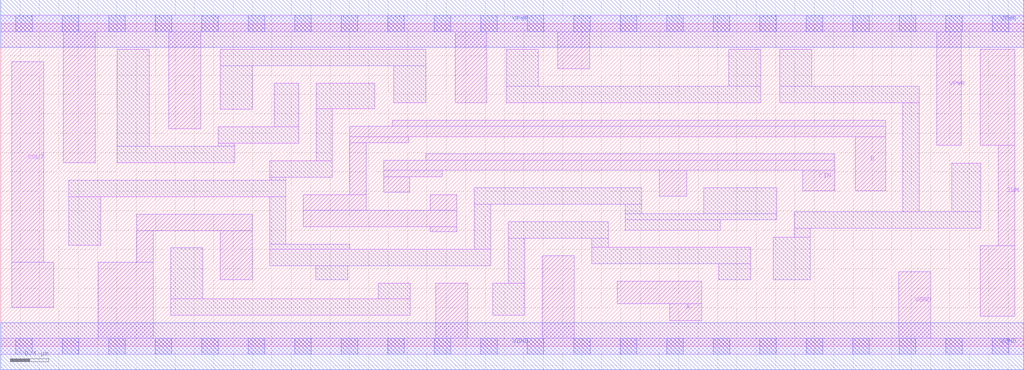
<source format=lef>
# Copyright 2020 The SkyWater PDK Authors
#
# Licensed under the Apache License, Version 2.0 (the "License");
# you may not use this file except in compliance with the License.
# You may obtain a copy of the License at
#
#     https://www.apache.org/licenses/LICENSE-2.0
#
# Unless required by applicable law or agreed to in writing, software
# distributed under the License is distributed on an "AS IS" BASIS,
# WITHOUT WARRANTIES OR CONDITIONS OF ANY KIND, either express or implied.
# See the License for the specific language governing permissions and
# limitations under the License.
#
# SPDX-License-Identifier: Apache-2.0

VERSION 5.7 ;
  NAMESCASESENSITIVE ON ;
  NOWIREEXTENSIONATPIN ON ;
  DIVIDERCHAR "/" ;
  BUSBITCHARS "[]" ;
UNITS
  DATABASE MICRONS 200 ;
END UNITS
MACRO sky130_fd_sc_lp__fa_lp
  CLASS CORE ;
  SOURCE USER ;
  FOREIGN sky130_fd_sc_lp__fa_lp ;
  ORIGIN  0.000000  0.000000 ;
  SIZE  10.56000 BY  3.330000 ;
  SYMMETRY X Y R90 ;
  SITE unit ;
  PIN A
    ANTENNAGATEAREA  1.252000 ;
    DIRECTION INPUT ;
    USE SIGNAL ;
    PORT
      LAYER li1 ;
        RECT 6.365000 0.440000 7.235000 0.670000 ;
        RECT 6.905000 0.265000 7.235000 0.440000 ;
    END
  END A
  PIN B
    ANTENNAGATEAREA  1.252000 ;
    DIRECTION INPUT ;
    USE SIGNAL ;
    PORT
      LAYER li1 ;
        RECT 3.125000 1.235000 4.710000 1.405000 ;
        RECT 3.125000 1.405000 3.775000 1.565000 ;
        RECT 3.605000 1.565000 3.775000 2.100000 ;
        RECT 3.605000 2.100000 4.210000 2.165000 ;
        RECT 3.605000 2.165000 9.135000 2.270000 ;
        RECT 4.040000 2.270000 9.135000 2.335000 ;
        RECT 4.435000 1.180000 4.710000 1.235000 ;
        RECT 4.435000 1.405000 4.710000 1.565000 ;
        RECT 8.820000 1.605000 9.135000 2.165000 ;
    END
  END B
  PIN CIN
    ANTENNAGATEAREA  0.939000 ;
    DIRECTION INPUT ;
    USE SIGNAL ;
    PORT
      LAYER li1 ;
        RECT 3.955000 1.590000 4.225000 1.750000 ;
        RECT 3.955000 1.750000 4.560000 1.815000 ;
        RECT 3.955000 1.815000 8.610000 1.920000 ;
        RECT 4.390000 1.920000 8.610000 1.985000 ;
        RECT 6.800000 1.550000 7.080000 1.815000 ;
        RECT 8.280000 1.605000 8.610000 1.815000 ;
    END
  END CIN
  PIN COUT
    ANTENNADIFFAREA  0.404700 ;
    DIRECTION OUTPUT ;
    USE SIGNAL ;
    PORT
      LAYER li1 ;
        RECT 0.115000 0.405000 0.545000 0.865000 ;
        RECT 0.115000 0.865000 0.445000 2.935000 ;
    END
  END COUT
  PIN SUM
    ANTENNADIFFAREA  0.404700 ;
    DIRECTION OUTPUT ;
    USE SIGNAL ;
    PORT
      LAYER li1 ;
        RECT 10.115000 0.310000 10.470000 1.040000 ;
        RECT 10.115000 2.075000 10.470000 3.065000 ;
        RECT 10.300000 1.040000 10.470000 2.075000 ;
    END
  END SUM
  PIN VGND
    DIRECTION INOUT ;
    USE GROUND ;
    PORT
      LAYER li1 ;
        RECT 0.000000 -0.085000 10.560000 0.085000 ;
        RECT 1.005000  0.085000  1.575000 0.865000 ;
        RECT 1.405000  0.865000  1.575000 1.195000 ;
        RECT 1.405000  1.195000  2.595000 1.365000 ;
        RECT 2.265000  0.685000  2.595000 1.195000 ;
        RECT 4.490000  0.085000  4.820000 0.650000 ;
        RECT 5.590000  0.085000  5.920000 0.935000 ;
        RECT 9.270000  0.085000  9.600000 0.770000 ;
      LAYER mcon ;
        RECT  0.155000 -0.085000  0.325000 0.085000 ;
        RECT  0.635000 -0.085000  0.805000 0.085000 ;
        RECT  1.115000 -0.085000  1.285000 0.085000 ;
        RECT  1.595000 -0.085000  1.765000 0.085000 ;
        RECT  2.075000 -0.085000  2.245000 0.085000 ;
        RECT  2.555000 -0.085000  2.725000 0.085000 ;
        RECT  3.035000 -0.085000  3.205000 0.085000 ;
        RECT  3.515000 -0.085000  3.685000 0.085000 ;
        RECT  3.995000 -0.085000  4.165000 0.085000 ;
        RECT  4.475000 -0.085000  4.645000 0.085000 ;
        RECT  4.955000 -0.085000  5.125000 0.085000 ;
        RECT  5.435000 -0.085000  5.605000 0.085000 ;
        RECT  5.915000 -0.085000  6.085000 0.085000 ;
        RECT  6.395000 -0.085000  6.565000 0.085000 ;
        RECT  6.875000 -0.085000  7.045000 0.085000 ;
        RECT  7.355000 -0.085000  7.525000 0.085000 ;
        RECT  7.835000 -0.085000  8.005000 0.085000 ;
        RECT  8.315000 -0.085000  8.485000 0.085000 ;
        RECT  8.795000 -0.085000  8.965000 0.085000 ;
        RECT  9.275000 -0.085000  9.445000 0.085000 ;
        RECT  9.755000 -0.085000  9.925000 0.085000 ;
        RECT 10.235000 -0.085000 10.405000 0.085000 ;
      LAYER met1 ;
        RECT 0.000000 -0.245000 10.560000 0.245000 ;
    END
  END VGND
  PIN VPWR
    DIRECTION INOUT ;
    USE POWER ;
    PORT
      LAYER li1 ;
        RECT 0.000000 3.245000 10.560000 3.415000 ;
        RECT 0.645000 1.895000  0.975000 3.245000 ;
        RECT 1.735000 2.245000  2.065000 3.245000 ;
        RECT 4.690000 2.515000  5.020000 3.245000 ;
        RECT 5.750000 2.865000  6.080000 3.245000 ;
        RECT 9.665000 2.075000  9.915000 3.245000 ;
      LAYER mcon ;
        RECT  0.155000 3.245000  0.325000 3.415000 ;
        RECT  0.635000 3.245000  0.805000 3.415000 ;
        RECT  1.115000 3.245000  1.285000 3.415000 ;
        RECT  1.595000 3.245000  1.765000 3.415000 ;
        RECT  2.075000 3.245000  2.245000 3.415000 ;
        RECT  2.555000 3.245000  2.725000 3.415000 ;
        RECT  3.035000 3.245000  3.205000 3.415000 ;
        RECT  3.515000 3.245000  3.685000 3.415000 ;
        RECT  3.995000 3.245000  4.165000 3.415000 ;
        RECT  4.475000 3.245000  4.645000 3.415000 ;
        RECT  4.955000 3.245000  5.125000 3.415000 ;
        RECT  5.435000 3.245000  5.605000 3.415000 ;
        RECT  5.915000 3.245000  6.085000 3.415000 ;
        RECT  6.395000 3.245000  6.565000 3.415000 ;
        RECT  6.875000 3.245000  7.045000 3.415000 ;
        RECT  7.355000 3.245000  7.525000 3.415000 ;
        RECT  7.835000 3.245000  8.005000 3.415000 ;
        RECT  8.315000 3.245000  8.485000 3.415000 ;
        RECT  8.795000 3.245000  8.965000 3.415000 ;
        RECT  9.275000 3.245000  9.445000 3.415000 ;
        RECT  9.755000 3.245000  9.925000 3.415000 ;
        RECT 10.235000 3.245000 10.405000 3.415000 ;
      LAYER met1 ;
        RECT 0.000000 3.085000 10.560000 3.575000 ;
    END
  END VPWR
  OBS
    LAYER li1 ;
      RECT 0.700000 1.045000  1.030000 1.545000 ;
      RECT 0.700000 1.545000  2.945000 1.715000 ;
      RECT 1.205000 1.895000  2.415000 2.065000 ;
      RECT 1.205000 2.065000  1.535000 3.065000 ;
      RECT 1.755000 0.320000  4.230000 0.490000 ;
      RECT 1.755000 0.490000  2.085000 1.015000 ;
      RECT 2.245000 2.065000  2.415000 2.095000 ;
      RECT 2.245000 2.095000  3.075000 2.265000 ;
      RECT 2.265000 2.445000  2.595000 2.895000 ;
      RECT 2.265000 2.895000  4.390000 3.065000 ;
      RECT 2.775000 0.830000  5.060000 1.000000 ;
      RECT 2.775000 1.000000  3.605000 1.055000 ;
      RECT 2.775000 1.055000  2.945000 1.545000 ;
      RECT 2.775000 1.715000  2.945000 1.745000 ;
      RECT 2.775000 1.745000  3.425000 1.915000 ;
      RECT 2.825000 2.265000  3.075000 2.715000 ;
      RECT 3.250000 0.685000  3.580000 0.830000 ;
      RECT 3.255000 1.915000  3.425000 2.450000 ;
      RECT 3.255000 2.450000  3.860000 2.715000 ;
      RECT 3.900000 0.490000  4.230000 0.650000 ;
      RECT 4.060000 2.515000  4.390000 2.895000 ;
      RECT 4.890000 1.000000  5.060000 1.465000 ;
      RECT 4.890000 1.465000  6.620000 1.635000 ;
      RECT 5.080000 0.320000  5.410000 0.650000 ;
      RECT 5.220000 2.515000  7.845000 2.685000 ;
      RECT 5.220000 2.685000  5.550000 3.065000 ;
      RECT 5.240000 0.650000  5.410000 1.115000 ;
      RECT 5.240000 1.115000  6.270000 1.285000 ;
      RECT 6.100000 0.850000  7.745000 1.020000 ;
      RECT 6.100000 1.020000  6.270000 1.115000 ;
      RECT 6.450000 1.200000  7.430000 1.305000 ;
      RECT 6.450000 1.305000  8.010000 1.370000 ;
      RECT 6.450000 1.370000  6.620000 1.465000 ;
      RECT 7.260000 1.370000  8.010000 1.635000 ;
      RECT 7.415000 0.685000  7.745000 0.850000 ;
      RECT 7.515000 2.685000  7.845000 3.065000 ;
      RECT 7.975000 0.685000  8.360000 1.125000 ;
      RECT 8.045000 2.515000  9.485000 2.685000 ;
      RECT 8.045000 2.685000  8.375000 3.065000 ;
      RECT 8.190000 1.125000  8.360000 1.220000 ;
      RECT 8.190000 1.220000 10.120000 1.390000 ;
      RECT 9.315000 1.390000  9.485000 2.515000 ;
      RECT 9.820000 1.390000 10.120000 1.890000 ;
  END
END sky130_fd_sc_lp__fa_lp

</source>
